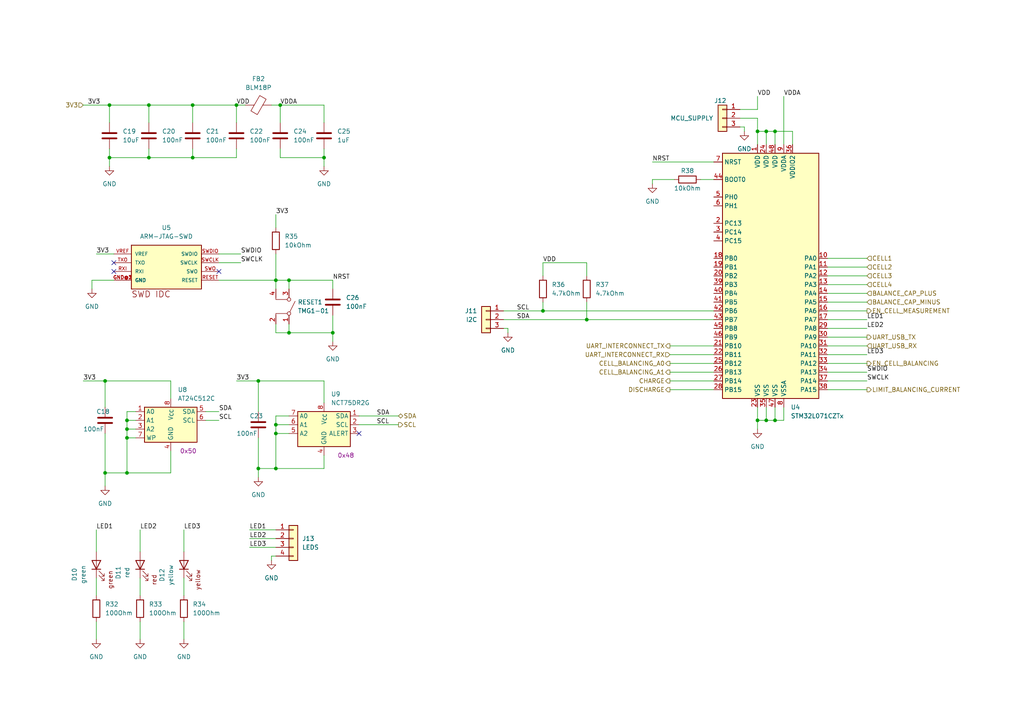
<source format=kicad_sch>
(kicad_sch (version 20230121) (generator eeschema)
  (paper "A4")
  (lib_symbols
    (symbol "benediktibk:ARM-JTAG-SWD" (pin_names (offset 1.016))
      (property "Reference" "U" (at -2.54 10.16 0))
      (property "Value" "ARM-JTAG-SWD" (at 0 0 0))
      (symbol "ARM-JTAG-SWD_0_0"
        (rectangle (start -2.54 -5.08) (end 17.78 7.62) (stroke (width 0.254)) (fill (type background)))
        (text "SWD IDC" (at -2.54 -7.62 0) (effects (font (size 1.778 1.778)) (justify left bottom)))
        (pin bidirectional line (at -7.62 -2.54 0) (length 5.08) (name "GND") (number "GND@1"))
        (pin bidirectional line (at -7.62 -2.54 0) (length 5.08) (name "GND") (number "GND@2"))
        (pin bidirectional line (at -7.62 -2.54 0) (length 5.08) (name "GND") (number "GND@3"))
        (pin bidirectional line (at 22.86 -2.54 180) (length 5.08) (name "RESET") (number "RESET"))
        (pin bidirectional line (at -7.62 0 0) (length 5.08) (name "RXI") (number "RXI"))
        (pin bidirectional line (at 22.86 2.54 180) (length 5.08) (name "SWCLK") (number "SWCLK"))
        (pin bidirectional line (at 22.86 5.08 180) (length 5.08) (name "SWDIO") (number "SWDIO"))
        (pin bidirectional line (at 22.86 0 180) (length 5.08) (name "SWO") (number "SWO"))
        (pin bidirectional line (at -7.62 2.54 0) (length 5.08) (name "TXO") (number "TXO"))
        (pin bidirectional line (at -7.62 5.08 0) (length 5.08) (name "VREF") (number "VREF"))
      )
    )
    (symbol "benediktibk:AT24C512C"
      (property "Reference" "U" (at -7.62 6.35 0))
      (property "Value" "AT24C512C" (at 2.54 -6.35 0))
      (symbol "AT24C512C_1_1"
        (rectangle (start -7.62 5.08) (end 7.62 -5.08) (stroke (width 0.254)) (fill (type background)))
        (pin input line (at -10.16 3.81 0) (length 2.54) (name "A0") (number "1"))
        (pin input line (at -10.16 1.27 0) (length 2.54) (name "A1") (number "2"))
        (pin input line (at -10.16 -1.27 0) (length 2.54) (name "A2") (number "3"))
        (pin power_in line (at 0 -7.62 90) (length 2.54) (name "GND") (number "4"))
        (pin bidirectional line (at 10.16 3.81 180) (length 2.54) (name "SDA") (number "5"))
        (pin input line (at 10.16 1.27 180) (length 2.54) (name "SCL") (number "6"))
        (pin input line (at -10.16 -3.81 0) (length 2.54) (name "WP") (number "7"))
        (pin power_in line (at 0 7.62 270) (length 2.54) (name "V_{CC}") (number "8"))
      )
    )
    (symbol "benediktibk:BLM18P" (pin_numbers hide) (pin_names (offset 0))
      (property "Reference" "FB" (at -3.81 0.635 90))
      (property "Value" "BLM18P" (at 3.81 0 90))
      (symbol "BLM18P_0_1"
        (polyline (pts (xy 0 -1.27) (xy 0 -1.2192)))
        (polyline (pts (xy 0 1.27) (xy 0 1.2954)))
        (polyline (pts (xy -2.7686 0.4064) (xy -1.7018 2.2606) (xy 2.7686 -0.3048) (xy 1.6764 -2.159) (xy -2.7686 0.4064)))
      )
      (symbol "BLM18P_1_1"
        (pin passive line (at 0 3.81 270) (length 2.54) (name "~") (number "1"))
        (pin passive line (at 0 -3.81 90) (length 2.54) (name "~") (number "2"))
      )
    )
    (symbol "benediktibk:C_100nF_SMD_0603_50V" (pin_numbers hide) (pin_names (offset 0.254))
      (property "Reference" "C" (at 0.635 2.54 0))
      (property "Value" "C_100nF_SMD_0603_50V" (at 0.635 -2.54 0))
      (symbol "C_100nF_SMD_0603_50V_0_1"
        (polyline (pts (xy -2.032 -0.762) (xy 2.032 -0.762)) (stroke (width 0.508)))
        (polyline (pts (xy -2.032 0.762) (xy 2.032 0.762)) (stroke (width 0.508)))
      )
      (symbol "C_100nF_SMD_0603_50V_1_1"
        (pin passive line (at 0 3.81 270) (length 2.794) (name "~") (number "1"))
        (pin passive line (at 0 -3.81 90) (length 2.794) (name "~") (number "2"))
      )
    )
    (symbol "benediktibk:C_10uF_SMD_1210_50V_20%" (pin_numbers hide) (pin_names (offset 0.254))
      (property "Reference" "C" (at 0.635 2.54 0))
      (property "Value" "C_10uF_SMD_1210_50V_20%" (at 0.635 -2.54 0))
      (symbol "C_10uF_SMD_1210_50V_20%_0_1"
        (polyline (pts (xy -2.032 -0.762) (xy 2.032 -0.762)) (stroke (width 0.508)))
        (polyline (pts (xy -2.032 0.762) (xy 2.032 0.762)) (stroke (width 0.508)))
      )
      (symbol "C_10uF_SMD_1210_50V_20%_1_1"
        (pin passive line (at 0 3.81 270) (length 2.794) (name "~") (number "1"))
        (pin passive line (at 0 -3.81 90) (length 2.794) (name "~") (number "2"))
      )
    )
    (symbol "benediktibk:C_1uF_SMD_0603_50V_10%" (pin_numbers hide) (pin_names (offset 0.254))
      (property "Reference" "C" (at 0.635 2.54 0))
      (property "Value" "C_1uF_SMD_0603_50V_10%" (at 0.635 -2.54 0))
      (symbol "C_1uF_SMD_0603_50V_10%_0_1"
        (polyline (pts (xy -2.032 -0.762) (xy 2.032 -0.762)) (stroke (width 0.508)))
        (polyline (pts (xy -2.032 0.762) (xy 2.032 0.762)) (stroke (width 0.508)))
      )
      (symbol "C_1uF_SMD_0603_50V_10%_1_1"
        (pin passive line (at 0 3.81 270) (length 2.794) (name "~") (number "1"))
        (pin passive line (at 0 -3.81 90) (length 2.794) (name "~") (number "2"))
      )
    )
    (symbol "benediktibk:Conn_01x03" (pin_names (offset 1.016) hide)
      (property "Reference" "J" (at 0 5.08 0))
      (property "Value" "Conn_01x03" (at 0 -5.08 0))
      (symbol "Conn_01x03_1_1"
        (rectangle (start -1.27 -2.413) (end 0 -2.667) (stroke (width 0.1524)))
        (rectangle (start -1.27 0.127) (end 0 -0.127) (stroke (width 0.1524)))
        (rectangle (start -1.27 2.667) (end 0 2.413) (stroke (width 0.1524)))
        (rectangle (start -1.27 3.81) (end 1.27 -3.81) (stroke (width 0.254)) (fill (type background)))
        (pin passive line (at -5.08 2.54 0) (length 3.81) (name "Pin_1") (number "1"))
        (pin passive line (at -5.08 0 0) (length 3.81) (name "Pin_2") (number "2"))
        (pin passive line (at -5.08 -2.54 0) (length 3.81) (name "Pin_3") (number "3"))
      )
    )
    (symbol "benediktibk:Conn_01x04" (pin_names (offset 1.016) hide)
      (property "Reference" "J" (at 0 5.08 0))
      (property "Value" "Conn_01x04" (at 0 -7.62 0))
      (symbol "Conn_01x04_1_1"
        (rectangle (start -1.27 -4.953) (end 0 -5.207) (stroke (width 0.1524)))
        (rectangle (start -1.27 -2.413) (end 0 -2.667) (stroke (width 0.1524)))
        (rectangle (start -1.27 0.127) (end 0 -0.127) (stroke (width 0.1524)))
        (rectangle (start -1.27 2.667) (end 0 2.413) (stroke (width 0.1524)))
        (rectangle (start -1.27 3.81) (end 1.27 -6.35) (stroke (width 0.254)) (fill (type background)))
        (pin passive line (at -5.08 2.54 0) (length 3.81) (name "Pin_1") (number "1"))
        (pin passive line (at -5.08 0 0) (length 3.81) (name "Pin_2") (number "2"))
        (pin passive line (at -5.08 -2.54 0) (length 3.81) (name "Pin_3") (number "3"))
        (pin passive line (at -5.08 -5.08 0) (length 3.81) (name "Pin_4") (number "4"))
      )
    )
    (symbol "benediktibk:LED_green_0603" (pin_numbers hide) (pin_names (offset 1.016) hide)
      (property "Reference" "D" (at 0 2.54 0))
      (property "Value" "LED_green_0603" (at 0 -2.54 0))
      (symbol "LED_green_0603_0_0"
        (text "green" (at -4.318 -4.064 0) (effects (font (size 1.27 1.27))))
      )
      (symbol "LED_green_0603_0_1"
        (polyline (pts (xy -1.27 -1.27) (xy -1.27 1.27)) (stroke (width 0.254)))
        (polyline (pts (xy -1.27 0) (xy 1.27 0)))
        (polyline (pts (xy 1.27 -1.27) (xy 1.27 1.27) (xy -1.27 0) (xy 1.27 -1.27)) (stroke (width 0.254)))
        (polyline (pts (xy -3.048 -0.762) (xy -4.572 -2.286) (xy -3.81 -2.286) (xy -4.572 -2.286) (xy -4.572 -1.524)))
        (polyline (pts (xy -1.778 -0.762) (xy -3.302 -2.286) (xy -2.54 -2.286) (xy -3.302 -2.286) (xy -3.302 -1.524)))
      )
      (symbol "LED_green_0603_1_1"
        (pin passive line (at -3.81 0 0) (length 2.54) (name "K") (number "1"))
        (pin passive line (at 3.81 0 180) (length 2.54) (name "A") (number "2"))
      )
    )
    (symbol "benediktibk:LED_red_0603" (pin_numbers hide) (pin_names (offset 1.016) hide)
      (property "Reference" "D" (at 0 2.54 0))
      (property "Value" "LED_red_0603" (at 0 -2.54 0))
      (symbol "LED_red_0603_0_0"
        (text "red" (at -4.318 -4.064 0) (effects (font (size 1.27 1.27))))
      )
      (symbol "LED_red_0603_0_1"
        (polyline (pts (xy -1.27 -1.27) (xy -1.27 1.27)) (stroke (width 0.254)))
        (polyline (pts (xy -1.27 0) (xy 1.27 0)))
        (polyline (pts (xy 1.27 -1.27) (xy 1.27 1.27) (xy -1.27 0) (xy 1.27 -1.27)) (stroke (width 0.254)))
        (polyline (pts (xy -3.048 -0.762) (xy -4.572 -2.286) (xy -3.81 -2.286) (xy -4.572 -2.286) (xy -4.572 -1.524)))
        (polyline (pts (xy -1.778 -0.762) (xy -3.302 -2.286) (xy -2.54 -2.286) (xy -3.302 -2.286) (xy -3.302 -1.524)))
      )
      (symbol "LED_red_0603_1_1"
        (pin passive line (at -3.81 0 0) (length 2.54) (name "K") (number "1"))
        (pin passive line (at 3.81 0 180) (length 2.54) (name "A") (number "2"))
      )
    )
    (symbol "benediktibk:LED_yellow_0603" (pin_numbers hide) (pin_names (offset 1.016) hide)
      (property "Reference" "D" (at 0 2.54 0))
      (property "Value" "LED_yellow_0603" (at 0 -2.54 0))
      (symbol "LED_yellow_0603_0_0"
        (text "yellow" (at -4.318 -4.064 0) (effects (font (size 1.27 1.27))))
      )
      (symbol "LED_yellow_0603_0_1"
        (polyline (pts (xy -1.27 -1.27) (xy -1.27 1.27)) (stroke (width 0.254)))
        (polyline (pts (xy -1.27 0) (xy 1.27 0)))
        (polyline (pts (xy 1.27 -1.27) (xy 1.27 1.27) (xy -1.27 0) (xy 1.27 -1.27)) (stroke (width 0.254)))
        (polyline (pts (xy -3.048 -0.762) (xy -4.572 -2.286) (xy -3.81 -2.286) (xy -4.572 -2.286) (xy -4.572 -1.524)))
        (polyline (pts (xy -1.778 -0.762) (xy -3.302 -2.286) (xy -2.54 -2.286) (xy -3.302 -2.286) (xy -3.302 -1.524)))
      )
      (symbol "LED_yellow_0603_1_1"
        (pin passive line (at -3.81 0 0) (length 2.54) (name "K") (number "1"))
        (pin passive line (at 3.81 0 180) (length 2.54) (name "A") (number "2"))
      )
    )
    (symbol "benediktibk:NCT75DR2G"
      (property "Reference" "U" (at -7.62 6.35 0))
      (property "Value" "NCT75DR2G" (at 2.54 -6.35 0))
      (symbol "NCT75DR2G_1_1"
        (rectangle (start -7.62 5.08) (end 7.62 -5.08) (stroke (width 0.254)) (fill (type background)))
        (pin bidirectional line (at 10.16 3.81 180) (length 2.54) (name "SDA") (number "1"))
        (pin input line (at 10.16 1.27 180) (length 2.54) (name "SCL") (number "2"))
        (pin input line (at 10.16 -1.27 180) (length 2.54) (name "ALERT") (number "3"))
        (pin power_in line (at 0 -7.62 90) (length 2.54) (name "GND") (number "4"))
        (pin input line (at -10.16 -1.27 0) (length 2.54) (name "A2") (number "5"))
        (pin input line (at -10.16 1.27 0) (length 2.54) (name "A1") (number "6"))
        (pin input line (at -10.16 3.81 0) (length 2.54) (name "A0") (number "7"))
        (pin power_in line (at 0 7.62 270) (length 2.54) (name "V_{CC}") (number "8"))
      )
    )
    (symbol "benediktibk:R_100Ohm_SMD_0603_100mW_1%" (pin_numbers hide) (pin_names (offset 0))
      (property "Reference" "R" (at 2.032 0 90))
      (property "Value" "R_100Ohm_SMD_0603_100mW_1%" (at -5.588 -1.016 90))
      (symbol "R_100Ohm_SMD_0603_100mW_1%_0_1"
        (rectangle (start -1.016 -2.54) (end 1.016 2.54) (stroke (width 0.254)))
      )
      (symbol "R_100Ohm_SMD_0603_100mW_1%_1_1"
        (pin passive line (at 0 3.81 270) (length 1.27) (name "~") (number "1"))
        (pin passive line (at 0 -3.81 90) (length 1.27) (name "~") (number "2"))
      )
    )
    (symbol "benediktibk:R_10kOhm_SMD_0603_100mW_1%" (pin_numbers hide) (pin_names (offset 0))
      (property "Reference" "R" (at 2.032 0 90))
      (property "Value" "R_10kOhm_SMD_0603_100mW_1%" (at -5.588 -1.016 90))
      (symbol "R_10kOhm_SMD_0603_100mW_1%_0_1"
        (rectangle (start -1.016 -2.54) (end 1.016 2.54) (stroke (width 0.254)))
      )
      (symbol "R_10kOhm_SMD_0603_100mW_1%_1_1"
        (pin passive line (at 0 3.81 270) (length 1.27) (name "~") (number "1"))
        (pin passive line (at 0 -3.81 90) (length 1.27) (name "~") (number "2"))
      )
    )
    (symbol "benediktibk:R_4_7kOhm_SMD_0603_100mW_1%" (pin_numbers hide) (pin_names (offset 0))
      (property "Reference" "R" (at 2.032 0 90))
      (property "Value" "R_4_7kOhm_SMD_0603_100mW_1%" (at -5.588 -1.016 90))
      (symbol "R_4_7kOhm_SMD_0603_100mW_1%_0_1"
        (rectangle (start -1.016 -2.54) (end 1.016 2.54) (stroke (width 0.254)))
      )
      (symbol "R_4_7kOhm_SMD_0603_100mW_1%_1_1"
        (pin passive line (at 0 3.81 270) (length 1.27) (name "~") (number "1"))
        (pin passive line (at 0 -3.81 90) (length 1.27) (name "~") (number "2"))
      )
    )
    (symbol "benediktibk:STM32L071CZTx"
      (property "Reference" "U" (at -15.24 36.83 0))
      (property "Value" "STM32L071CZTx" (at 7.62 36.83 0))
      (symbol "STM32L071CZTx_0_1"
        (rectangle (start -15.24 -35.56) (end 12.7 35.56) (stroke (width 0.254)) (fill (type background)))
      )
      (symbol "STM32L071CZTx_1_1"
        (pin power_in line (at -5.08 38.1 270) (length 2.54) (name "VDD") (number "1"))
        (pin bidirectional line (at 15.24 5.08 180) (length 2.54) (name "PA0") (number "10"))
        (pin bidirectional line (at 15.24 2.54 180) (length 2.54) (name "PA1") (number "11"))
        (pin bidirectional line (at 15.24 0 180) (length 2.54) (name "PA2") (number "12"))
        (pin bidirectional line (at 15.24 -2.54 180) (length 2.54) (name "PA3") (number "13"))
        (pin bidirectional line (at 15.24 -5.08 180) (length 2.54) (name "PA4") (number "14"))
        (pin bidirectional line (at 15.24 -7.62 180) (length 2.54) (name "PA5") (number "15"))
        (pin bidirectional line (at 15.24 -10.16 180) (length 2.54) (name "PA6") (number "16"))
        (pin bidirectional line (at 15.24 -12.7 180) (length 2.54) (name "PA7") (number "17"))
        (pin bidirectional line (at -17.78 5.08 0) (length 2.54) (name "PB0") (number "18"))
        (pin bidirectional line (at -17.78 2.54 0) (length 2.54) (name "PB1") (number "19"))
        (pin bidirectional line (at -17.78 15.24 0) (length 2.54) (name "PC13") (number "2"))
        (pin bidirectional line (at -17.78 0 0) (length 2.54) (name "PB2") (number "20"))
        (pin bidirectional line (at -17.78 -20.32 0) (length 2.54) (name "PB10") (number "21"))
        (pin bidirectional line (at -17.78 -22.86 0) (length 2.54) (name "PB11") (number "22"))
        (pin power_in line (at -5.08 -38.1 90) (length 2.54) (name "VSS") (number "23"))
        (pin power_in line (at -2.54 38.1 270) (length 2.54) (name "VDD") (number "24"))
        (pin bidirectional line (at -17.78 -25.4 0) (length 2.54) (name "PB12") (number "25"))
        (pin bidirectional line (at -17.78 -27.94 0) (length 2.54) (name "PB13") (number "26"))
        (pin bidirectional line (at -17.78 -30.48 0) (length 2.54) (name "PB14") (number "27"))
        (pin bidirectional line (at -17.78 -33.02 0) (length 2.54) (name "PB15") (number "28"))
        (pin bidirectional line (at 15.24 -15.24 180) (length 2.54) (name "PA8") (number "29"))
        (pin bidirectional line (at -17.78 12.7 0) (length 2.54) (name "PC14") (number "3"))
        (pin bidirectional line (at 15.24 -17.78 180) (length 2.54) (name "PA9") (number "30"))
        (pin bidirectional line (at 15.24 -20.32 180) (length 2.54) (name "PA10") (number "31"))
        (pin bidirectional line (at 15.24 -22.86 180) (length 2.54) (name "PA11") (number "32"))
        (pin bidirectional line (at 15.24 -25.4 180) (length 2.54) (name "PA12") (number "33"))
        (pin bidirectional line (at 15.24 -27.94 180) (length 2.54) (name "PA13") (number "34"))
        (pin power_in line (at -2.54 -38.1 90) (length 2.54) (name "VSS") (number "35"))
        (pin power_in line (at 5.08 38.1 270) (length 2.54) (name "VDDIO2") (number "36"))
        (pin bidirectional line (at 15.24 -30.48 180) (length 2.54) (name "PA14") (number "37"))
        (pin bidirectional line (at 15.24 -33.02 180) (length 2.54) (name "PA15") (number "38"))
        (pin bidirectional line (at -17.78 -2.54 0) (length 2.54) (name "PB3") (number "39"))
        (pin bidirectional line (at -17.78 10.16 0) (length 2.54) (name "PC15") (number "4"))
        (pin bidirectional line (at -17.78 -5.08 0) (length 2.54) (name "PB4") (number "40"))
        (pin bidirectional line (at -17.78 -7.62 0) (length 2.54) (name "PB5") (number "41"))
        (pin bidirectional line (at -17.78 -10.16 0) (length 2.54) (name "PB6") (number "42"))
        (pin bidirectional line (at -17.78 -12.7 0) (length 2.54) (name "PB7") (number "43"))
        (pin input line (at -17.78 27.94 0) (length 2.54) (name "BOOT0") (number "44"))
        (pin bidirectional line (at -17.78 -15.24 0) (length 2.54) (name "PB8") (number "45"))
        (pin bidirectional line (at -17.78 -17.78 0) (length 2.54) (name "PB9") (number "46"))
        (pin power_in line (at 0 -38.1 90) (length 2.54) (name "VSS") (number "47"))
        (pin power_in line (at 0 38.1 270) (length 2.54) (name "VDD") (number "48"))
        (pin input line (at -17.78 22.86 0) (length 2.54) (name "PH0") (number "5"))
        (pin input line (at -17.78 20.32 0) (length 2.54) (name "PH1") (number "6"))
        (pin input line (at -17.78 33.02 0) (length 2.54) (name "NRST") (number "7"))
        (pin power_in line (at 2.54 -38.1 90) (length 2.54) (name "VSSA") (number "8"))
        (pin power_in line (at 2.54 38.1 270) (length 2.54) (name "VDDA") (number "9"))
      )
    )
    (symbol "benediktibk:TMG1-01" (pin_names (offset 0) hide)
      (property "Reference" "SW" (at 0 3.175 0))
      (property "Value" "TMG1-01" (at 0 5.588 0))
      (symbol "TMG1-01_0_0"
        (circle (center -2.032 0) (radius 0.508))
        (polyline (pts (xy -1.524 0.254) (xy 1.524 1.778)))
        (circle (center 2.032 0) (radius 0.508))
      )
      (symbol "TMG1-01_0_1"
        (polyline (pts (xy -2.54 -3.81) (xy -2.032 -3.81) (xy -2.032 -0.508)))
        (polyline (pts (xy 2.54 -3.81) (xy 2.032 -3.81) (xy 2.032 -0.508)))
      )
      (symbol "TMG1-01_1_1"
        (pin passive line (at -5.08 0 0) (length 2.54) (name "A") (number "1"))
        (pin passive line (at -5.08 -3.81 0) (length 2.54) (name "A") (number "2"))
        (pin passive line (at 5.08 0 180) (length 2.54) (name "B") (number "3"))
        (pin passive line (at 5.08 -3.81 180) (length 2.54) (name "B") (number "4"))
      )
    )
    (symbol "power:GND" (power) (pin_names (offset 0))
      (property "Value" "GND" (at 0 -3.81 0))
      (symbol "GND_0_1"
        (polyline (pts (xy 0 0) (xy 0 -1.27) (xy 1.27 -1.27) (xy 0 -2.54) (xy -1.27 -1.27) (xy 0 -1.27)))
      )
      (symbol "GND_1_1"
        (pin power_in line (at 0 0 270) (length 0) hide (name "GND") (number "1"))
      )
    )
  )
  (junction (at 170.18 92.71))
  (junction (at 36.83 137.16))
  (junction (at 31.75 30.48))
  (junction (at 157.48 90.17))
  (junction (at 83.82 96.52))
  (junction (at 36.83 124.46))
  (junction (at 43.18 30.48))
  (junction (at 224.79 121.92))
  (junction (at 80.01 125.73))
  (junction (at 80.01 123.19))
  (junction (at 80.01 81.28))
  (junction (at 74.93 135.89))
  (junction (at 96.52 96.52))
  (junction (at 30.48 137.16))
  (junction (at 31.75 45.72))
  (junction (at 30.48 110.49))
  (junction (at 36.83 121.92))
  (junction (at 83.82 81.28))
  (junction (at 219.71 121.92))
  (junction (at 222.25 121.92))
  (junction (at 222.25 38.1))
  (junction (at 36.83 127))
  (junction (at 55.88 30.48))
  (junction (at 43.18 45.72))
  (junction (at 74.93 110.49))
  (junction (at 55.88 45.72))
  (junction (at 93.98 45.72))
  (junction (at 80.01 135.89))
  (junction (at 219.71 38.1))
  (junction (at 68.58 30.48))
  (junction (at 81.28 30.48))
  (junction (at 224.79 38.1))
  (no_connect (at 104.14 125.73))
  (no_connect (at 33.02 78.74))
  (no_connect (at 33.02 76.2))
  (no_connect (at 63.5 78.74))
  (wire (pts (xy 30.48 110.49) (xy 30.48 118.11)))
  (wire (pts (xy 170.18 80.01) (xy 170.18 76.2)))
  (wire (pts (xy 222.25 38.1) (xy 219.71 38.1)))
  (wire (pts (xy 59.69 121.92) (xy 63.5 121.92)))
  (wire (pts (xy 80.01 81.28) (xy 80.01 83.82)))
  (wire (pts (xy 224.79 38.1) (xy 224.79 41.91)))
  (wire (pts (xy 49.53 110.49) (xy 30.48 110.49)))
  (wire (pts (xy 147.32 95.25) (xy 146.05 95.25)))
  (wire (pts (xy 53.34 167.64) (xy 53.34 172.72)))
  (wire (pts (xy 240.03 105.41) (xy 251.46 105.41)))
  (wire (pts (xy 74.93 127) (xy 74.93 135.89)))
  (wire (pts (xy 36.83 124.46) (xy 36.83 121.92)))
  (wire (pts (xy 93.98 30.48) (xy 81.28 30.48)))
  (wire (pts (xy 240.03 107.95) (xy 251.46 107.95)))
  (wire (pts (xy 55.88 30.48) (xy 55.88 35.56)))
  (wire (pts (xy 104.14 120.65) (xy 115.57 120.65)))
  (wire (pts (xy 80.01 73.66) (xy 80.01 81.28)))
  (wire (pts (xy 194.31 102.87) (xy 207.01 102.87)))
  (wire (pts (xy 96.52 81.28) (xy 83.82 81.28)))
  (wire (pts (xy 203.2 52.07) (xy 207.01 52.07)))
  (wire (pts (xy 240.03 92.71) (xy 251.46 92.71)))
  (wire (pts (xy 240.03 82.55) (xy 251.46 82.55)))
  (wire (pts (xy 157.48 76.2) (xy 157.48 80.01)))
  (wire (pts (xy 189.23 46.99) (xy 207.01 46.99)))
  (wire (pts (xy 68.58 45.72) (xy 68.58 43.18)))
  (wire (pts (xy 227.33 27.94) (xy 227.33 41.91)))
  (wire (pts (xy 240.03 90.17) (xy 251.46 90.17)))
  (wire (pts (xy 55.88 45.72) (xy 68.58 45.72)))
  (wire (pts (xy 219.71 121.92) (xy 219.71 124.46)))
  (wire (pts (xy 229.87 38.1) (xy 224.79 38.1)))
  (wire (pts (xy 240.03 80.01) (xy 251.46 80.01)))
  (wire (pts (xy 146.05 90.17) (xy 157.48 90.17)))
  (wire (pts (xy 71.12 30.48) (xy 68.58 30.48)))
  (wire (pts (xy 43.18 43.18) (xy 43.18 45.72)))
  (wire (pts (xy 43.18 30.48) (xy 43.18 35.56)))
  (wire (pts (xy 214.63 31.75) (xy 219.71 31.75)))
  (wire (pts (xy 33.02 81.28) (xy 26.67 81.28)))
  (wire (pts (xy 74.93 135.89) (xy 80.01 135.89)))
  (wire (pts (xy 74.93 110.49) (xy 93.98 110.49)))
  (wire (pts (xy 96.52 91.44) (xy 96.52 96.52)))
  (wire (pts (xy 43.18 45.72) (xy 55.88 45.72)))
  (wire (pts (xy 93.98 45.72) (xy 93.98 48.26)))
  (wire (pts (xy 147.32 96.52) (xy 147.32 95.25)))
  (wire (pts (xy 219.71 118.11) (xy 219.71 121.92)))
  (wire (pts (xy 222.25 121.92) (xy 224.79 121.92)))
  (wire (pts (xy 27.94 153.67) (xy 27.94 160.02)))
  (wire (pts (xy 170.18 87.63) (xy 170.18 92.71)))
  (wire (pts (xy 80.01 135.89) (xy 93.98 135.89)))
  (wire (pts (xy 219.71 38.1) (xy 219.71 41.91)))
  (wire (pts (xy 229.87 41.91) (xy 229.87 38.1)))
  (wire (pts (xy 31.75 45.72) (xy 43.18 45.72)))
  (wire (pts (xy 40.64 153.67) (xy 40.64 160.02)))
  (wire (pts (xy 27.94 180.34) (xy 27.94 185.42)))
  (wire (pts (xy 194.31 113.03) (xy 207.01 113.03)))
  (wire (pts (xy 224.79 121.92) (xy 227.33 121.92)))
  (wire (pts (xy 26.67 81.28) (xy 26.67 83.82)))
  (wire (pts (xy 83.82 96.52) (xy 96.52 96.52)))
  (wire (pts (xy 240.03 110.49) (xy 251.46 110.49)))
  (wire (pts (xy 40.64 167.64) (xy 40.64 172.72)))
  (wire (pts (xy 36.83 127) (xy 36.83 137.16)))
  (wire (pts (xy 81.28 43.18) (xy 81.28 45.72)))
  (wire (pts (xy 157.48 90.17) (xy 207.01 90.17)))
  (wire (pts (xy 36.83 119.38) (xy 39.37 119.38)))
  (wire (pts (xy 27.94 73.66) (xy 33.02 73.66)))
  (wire (pts (xy 157.48 76.2) (xy 170.18 76.2)))
  (wire (pts (xy 83.82 81.28) (xy 83.82 83.82)))
  (wire (pts (xy 53.34 180.34) (xy 53.34 185.42)))
  (wire (pts (xy 31.75 48.26) (xy 31.75 45.72)))
  (wire (pts (xy 72.39 156.21) (xy 80.01 156.21)))
  (wire (pts (xy 224.79 38.1) (xy 222.25 38.1)))
  (wire (pts (xy 195.58 52.07) (xy 189.23 52.07)))
  (wire (pts (xy 30.48 110.49) (xy 24.13 110.49)))
  (wire (pts (xy 49.53 130.81) (xy 49.53 137.16)))
  (wire (pts (xy 240.03 87.63) (xy 251.46 87.63)))
  (wire (pts (xy 222.25 38.1) (xy 222.25 41.91)))
  (wire (pts (xy 31.75 43.18) (xy 31.75 45.72)))
  (wire (pts (xy 63.5 76.2) (xy 69.85 76.2)))
  (wire (pts (xy 43.18 30.48) (xy 55.88 30.48)))
  (wire (pts (xy 80.01 125.73) (xy 80.01 135.89)))
  (wire (pts (xy 214.63 34.29) (xy 219.71 34.29)))
  (wire (pts (xy 215.9 38.1) (xy 215.9 36.83)))
  (wire (pts (xy 215.9 36.83) (xy 214.63 36.83)))
  (wire (pts (xy 227.33 118.11) (xy 227.33 121.92)))
  (wire (pts (xy 93.98 43.18) (xy 93.98 45.72)))
  (wire (pts (xy 81.28 45.72) (xy 93.98 45.72)))
  (wire (pts (xy 93.98 132.08) (xy 93.98 135.89)))
  (wire (pts (xy 157.48 87.63) (xy 157.48 90.17)))
  (wire (pts (xy 194.31 107.95) (xy 207.01 107.95)))
  (wire (pts (xy 80.01 123.19) (xy 80.01 125.73)))
  (wire (pts (xy 36.83 124.46) (xy 39.37 124.46)))
  (wire (pts (xy 78.74 30.48) (xy 81.28 30.48)))
  (wire (pts (xy 80.01 62.23) (xy 80.01 66.04)))
  (wire (pts (xy 219.71 34.29) (xy 219.71 38.1)))
  (wire (pts (xy 55.88 30.48) (xy 68.58 30.48)))
  (wire (pts (xy 194.31 105.41) (xy 207.01 105.41)))
  (wire (pts (xy 80.01 125.73) (xy 83.82 125.73)))
  (wire (pts (xy 93.98 116.84) (xy 93.98 110.49)))
  (wire (pts (xy 80.01 120.65) (xy 80.01 123.19)))
  (wire (pts (xy 59.69 119.38) (xy 63.5 119.38)))
  (wire (pts (xy 189.23 52.07) (xy 189.23 53.34)))
  (wire (pts (xy 240.03 97.79) (xy 251.46 97.79)))
  (wire (pts (xy 72.39 158.75) (xy 80.01 158.75)))
  (wire (pts (xy 222.25 118.11) (xy 222.25 121.92)))
  (wire (pts (xy 74.93 119.38) (xy 74.93 110.49)))
  (wire (pts (xy 104.14 123.19) (xy 115.57 123.19)))
  (wire (pts (xy 80.01 161.29) (xy 78.74 161.29)))
  (wire (pts (xy 36.83 127) (xy 39.37 127)))
  (wire (pts (xy 93.98 30.48) (xy 93.98 35.56)))
  (wire (pts (xy 146.05 92.71) (xy 170.18 92.71)))
  (wire (pts (xy 194.31 100.33) (xy 207.01 100.33)))
  (wire (pts (xy 80.01 96.52) (xy 83.82 96.52)))
  (wire (pts (xy 30.48 137.16) (xy 30.48 140.97)))
  (wire (pts (xy 27.94 167.64) (xy 27.94 172.72)))
  (wire (pts (xy 240.03 95.25) (xy 251.46 95.25)))
  (wire (pts (xy 240.03 100.33) (xy 251.46 100.33)))
  (wire (pts (xy 36.83 137.16) (xy 49.53 137.16)))
  (wire (pts (xy 83.82 120.65) (xy 80.01 120.65)))
  (wire (pts (xy 194.31 110.49) (xy 207.01 110.49)))
  (wire (pts (xy 63.5 73.66) (xy 69.85 73.66)))
  (wire (pts (xy 96.52 96.52) (xy 96.52 99.06)))
  (wire (pts (xy 31.75 30.48) (xy 43.18 30.48)))
  (wire (pts (xy 53.34 153.67) (xy 53.34 160.02)))
  (wire (pts (xy 68.58 110.49) (xy 74.93 110.49)))
  (wire (pts (xy 55.88 43.18) (xy 55.88 45.72)))
  (wire (pts (xy 80.01 81.28) (xy 63.5 81.28)))
  (wire (pts (xy 68.58 30.48) (xy 68.58 35.56)))
  (wire (pts (xy 83.82 81.28) (xy 80.01 81.28)))
  (wire (pts (xy 219.71 27.94) (xy 219.71 31.75)))
  (wire (pts (xy 240.03 74.93) (xy 251.46 74.93)))
  (wire (pts (xy 36.83 127) (xy 36.83 124.46)))
  (wire (pts (xy 31.75 30.48) (xy 31.75 35.56)))
  (wire (pts (xy 219.71 121.92) (xy 222.25 121.92)))
  (wire (pts (xy 40.64 180.34) (xy 40.64 185.42)))
  (wire (pts (xy 240.03 113.03) (xy 251.46 113.03)))
  (wire (pts (xy 80.01 93.98) (xy 80.01 96.52)))
  (wire (pts (xy 240.03 102.87) (xy 251.46 102.87)))
  (wire (pts (xy 74.93 135.89) (xy 74.93 138.43)))
  (wire (pts (xy 30.48 125.73) (xy 30.48 137.16)))
  (wire (pts (xy 83.82 93.98) (xy 83.82 96.52)))
  (wire (pts (xy 240.03 85.09) (xy 251.46 85.09)))
  (wire (pts (xy 224.79 118.11) (xy 224.79 121.92)))
  (wire (pts (xy 80.01 123.19) (xy 83.82 123.19)))
  (wire (pts (xy 24.13 30.48) (xy 31.75 30.48)))
  (wire (pts (xy 81.28 30.48) (xy 81.28 35.56)))
  (wire (pts (xy 170.18 92.71) (xy 207.01 92.71)))
  (wire (pts (xy 36.83 121.92) (xy 39.37 121.92)))
  (wire (pts (xy 36.83 121.92) (xy 36.83 119.38)))
  (wire (pts (xy 30.48 137.16) (xy 36.83 137.16)))
  (wire (pts (xy 96.52 81.28) (xy 96.52 83.82)))
  (wire (pts (xy 240.03 77.47) (xy 251.46 77.47)))
  (wire (pts (xy 72.39 153.67) (xy 80.01 153.67)))
  (wire (pts (xy 49.53 115.57) (xy 49.53 110.49)))
  (wire (pts (xy 78.74 161.29) (xy 78.74 162.56)))
  (label "LED3" (at 53.34 153.67 0))
  (label "LED2" (at 40.64 153.67 0))
  (label "3V3" (at 68.58 110.49 0))
  (label "SWCLK" (at 69.85 76.2 0))
  (label "LED2" (at 251.46 95.25 0))
  (label "SWDIO" (at 69.85 73.66 0))
  (label "NRST" (at 96.52 81.28 0))
  (label "LED3" (at 72.39 158.75 0))
  (label "LED2" (at 72.39 156.21 0))
  (label "SCL" (at 109.22 123.19 0))
  (label "LED1" (at 251.46 92.71 0))
  (label "VDDA" (at 227.33 27.94 0))
  (label "SCL" (at 149.86 90.17 0))
  (label "NRST" (at 189.23 46.99 0))
  (label "SWCLK" (at 251.46 110.49 0))
  (label "VDD" (at 219.71 27.94 0))
  (label "3V3" (at 80.01 62.23 0))
  (label "SDA" (at 109.22 120.65 0))
  (label "3V3" (at 24.13 110.49 0))
  (label "SDA" (at 63.5 119.38 0))
  (label "3V3" (at 25.4 30.48 0))
  (label "VDDA" (at 81.28 30.48 0))
  (label "VDD" (at 68.58 30.48 0))
  (label "SWDIO" (at 251.46 107.95 0))
  (label "LED1" (at 72.39 153.67 0))
  (label "LED3" (at 251.46 102.87 0))
  (label "VDD" (at 157.48 76.2 0))
  (label "3V3" (at 27.94 73.66 0))
  (label "SCL" (at 63.5 121.92 0))
  (label "LED1" (at 27.94 153.67 0))
  (label "SDA" (at 149.86 92.71 0))
  (hierarchical_label "UART_USB_TX" (shape output) (at 251.46 97.79 0))
  (hierarchical_label "BALANCE_CAP_PLUS" (shape input) (at 251.46 85.09 0))
  (hierarchical_label "EN_CELL_MEASUREMENT" (shape output) (at 251.46 90.17 0))
  (hierarchical_label "3V3" (shape input) (at 24.13 30.48 180))
  (hierarchical_label "UART_USB_RX" (shape input) (at 251.46 100.33 0))
  (hierarchical_label "CELL_BALANCING_A0" (shape output) (at 194.31 105.41 180))
  (hierarchical_label "CELL1" (shape input) (at 251.46 74.93 0))
  (hierarchical_label "SDA" (shape bidirectional) (at 115.57 120.65 0))
  (hierarchical_label "BALANCE_CAP_MINUS" (shape input) (at 251.46 87.63 0))
  (hierarchical_label "SCL" (shape output) (at 115.57 123.19 0))
  (hierarchical_label "UART_INTERCONNECT_RX" (shape input) (at 194.31 102.87 180))
  (hierarchical_label "LIMIT_BALANCING_CURRENT" (shape output) (at 251.46 113.03 0))
  (hierarchical_label "CELL4" (shape input) (at 251.46 82.55 0))
  (hierarchical_label "CHARGE" (shape output) (at 194.31 110.49 180))
  (hierarchical_label "UART_INTERCONNECT_TX" (shape output) (at 194.31 100.33 180))
  (hierarchical_label "CELL3" (shape input) (at 251.46 80.01 0))
  (hierarchical_label "DISCHARGE" (shape output) (at 194.31 113.03 180))
  (hierarchical_label "CELL2" (shape input) (at 251.46 77.47 0))
  (hierarchical_label "CELL_BALANCING_A1" (shape output) (at 194.31 107.95 180))
  (hierarchical_label "EN_CELL_BALANCING" (shape output) (at 251.46 105.41 0))
  (symbol (lib_id "benediktibk:C_1uF_SMD_0603_50V_10%") (at 93.98 39.37 0) (unit 1)
    (property "Reference" "C25" (at 97.79 38.0999 0) (effects (justify left)))
    (property "Value" "1uF" (at 97.79 40.6399 0) (effects (justify left)))
    (property "Footprint" "benediktibk:C_0603_1608Metric_Pad1.08x0.95mm_HandSolder" (effects hide))
    (property "RS order number" "103-4112" (effects hide))
  )
  (symbol (lib_id "benediktibk:R_100Ohm_SMD_0603_100mW_1%") (at 27.94 176.53 0) (unit 1)
    (property "Reference" "R32" (at 30.48 175.2599 0) (effects (justify left)))
    (property "Value" "100Ohm" (at 30.48 177.7999 0) (effects (justify left)))
    (property "Footprint" "benediktibk:R_0603_1608Metric_Pad0.98x0.95mm_HandSolder" (effects hide))
    (property "RS order number" "125-1172" (effects hide))
  )
  (symbol (lib_id "benediktibk:C_100nF_SMD_0603_50V") (at 96.52 87.63 0) (unit 1)
    (property "Reference" "C26" (at 100.33 86.3599 0) (effects (justify left)))
    (property "Value" "100nF" (at 100.33 88.8999 0) (effects (justify left)))
    (property "Footprint" "benediktibk:C_0603_1608Metric_Pad1.08x0.95mm_HandSolder" (effects hide))
    (property "RS order number" "242-7372" (effects hide))
  )
  (symbol (lib_id "benediktibk:LED_yellow_0603") (at 53.34 163.83 90) (unit 1)
    (property "Reference" "D12" (at 46.99 166.7968 0))
    (property "Value" "yellow" (at 49.53 166.7968 0))
    (property "Footprint" "benediktibk:D_0603_1608Metric_Pad1.05x0.95mm_HandSolder" (effects hide))
    (property "RS order number" "861-0087" (effects hide))
  )
  (symbol (lib_id "benediktibk:C_100nF_SMD_0603_50V") (at 43.18 39.37 0) (unit 1)
    (property "Reference" "C20" (at 46.99 38.0999 0) (effects (justify left)))
    (property "Value" "100nF" (at 46.99 40.6399 0) (effects (justify left)))
    (property "Footprint" "benediktibk:C_0603_1608Metric_Pad1.08x0.95mm_HandSolder" (effects hide))
    (property "RS order number" "242-7372" (effects hide))
  )
  (symbol (lib_id "power:GND") (at 27.94 185.42 0) (unit 1)
    (property "Reference" "#PWR0145" (effects hide))
    (property "Value" "GND" (at 27.94 190.5 0))
  )
  (symbol (lib_id "benediktibk:R_10kOhm_SMD_0603_100mW_1%") (at 199.39 52.07 90) (unit 1)
    (property "Reference" "R38" (at 199.39 49.53 90))
    (property "Value" "10kOhm" (at 199.39 54.61 90))
    (property "Footprint" "benediktibk:R_0603_1608Metric_Pad0.98x0.95mm_HandSolder" (effects hide))
    (property "RS order number" "125-1173" (effects hide))
  )
  (symbol (lib_id "power:GND") (at 74.93 138.43 0) (unit 1)
    (property "Reference" "#PWR0144" (effects hide))
    (property "Value" "GND" (at 74.93 143.51 0))
  )
  (symbol (lib_id "benediktibk:R_100Ohm_SMD_0603_100mW_1%") (at 53.34 176.53 0) (unit 1)
    (property "Reference" "R34" (at 55.88 175.2599 0) (effects (justify left)))
    (property "Value" "100Ohm" (at 55.88 177.7999 0) (effects (justify left)))
    (property "Footprint" "benediktibk:R_0603_1608Metric_Pad0.98x0.95mm_HandSolder" (effects hide))
    (property "RS order number" "125-1172" (effects hide))
  )
  (symbol (lib_id "power:GND") (at 93.98 48.26 0) (unit 1)
    (property "Reference" "#PWR0141" (effects hide))
    (property "Value" "GND" (at 93.98 53.34 0))
  )
  (symbol (lib_id "benediktibk:R_4_7kOhm_SMD_0603_100mW_1%") (at 157.48 83.82 0) (unit 1)
    (property "Reference" "R36" (at 160.02 82.5499 0) (effects (justify left)))
    (property "Value" "4.7kOhm" (at 160.02 85.0899 0) (effects (justify left)))
    (property "Footprint" "benediktibk:R_0603_1608Metric_Pad0.98x0.95mm_HandSolder" (effects hide))
    (property "RS order number" "901-3581" (effects hide))
  )
  (symbol (lib_id "benediktibk:TMG1-01") (at 83.82 88.9 270) (mirror x) (unit 1)
    (property "Reference" "RESET1" (at 86.36 87.6299 90) (effects (justify left)))
    (property "Value" "TMG1-01" (at 86.36 90.1699 90) (effects (justify left)))
    (property "Footprint" "benediktibk:TMG1-01" (effects hide))
    (property "RS order number" " 244-4461" (effects hide))
  )
  (symbol (lib_id "power:GND") (at 26.67 83.82 0) (unit 1)
    (property "Reference" "#PWR0138" (effects hide))
    (property "Value" "GND" (at 26.67 88.9 0))
  )
  (symbol (lib_id "benediktibk:C_100nF_SMD_0603_50V") (at 55.88 39.37 0) (unit 1)
    (property "Reference" "C21" (at 59.69 38.0999 0) (effects (justify left)))
    (property "Value" "100nF" (at 59.69 40.6399 0) (effects (justify left)))
    (property "Footprint" "benediktibk:C_0603_1608Metric_Pad1.08x0.95mm_HandSolder" (effects hide))
    (property "RS order number" "242-7372" (effects hide))
  )
  (symbol (lib_id "power:GND") (at 53.34 185.42 0) (unit 1)
    (property "Reference" "#PWR0146" (effects hide))
    (property "Value" "GND" (at 53.34 190.5 0))
  )
  (symbol (lib_id "benediktibk:C_100nF_SMD_0603_50V") (at 81.28 39.37 0) (unit 1)
    (property "Reference" "C24" (at 85.09 38.0999 0) (effects (justify left)))
    (property "Value" "100nF" (at 85.09 40.6399 0) (effects (justify left)))
    (property "Footprint" "benediktibk:C_0603_1608Metric_Pad1.08x0.95mm_HandSolder" (effects hide))
    (property "RS order number" "242-7372" (effects hide))
  )
  (symbol (lib_id "benediktibk:Conn_01x03") (at 209.55 34.29 0) (mirror y) (unit 1)
    (property "Reference" "J12" (at 208.915 29.21 0))
    (property "Value" "MCU_SUPPLY" (at 200.66 34.29 0))
    (property "Footprint" "benediktibk:PinHeader_1x03_P2.54mm_Vertical" (effects hide))
    (property "RS order number" "251-8092" (effects hide))
  )
  (symbol (lib_id "benediktibk:R_4_7kOhm_SMD_0603_100mW_1%") (at 170.18 83.82 0) (unit 1)
    (property "Reference" "R37" (at 172.72 82.5499 0) (effects (justify left)))
    (property "Value" "4.7kOhm" (at 172.72 85.0899 0) (effects (justify left)))
    (property "Footprint" "benediktibk:R_0603_1608Metric_Pad0.98x0.95mm_HandSolder" (effects hide))
    (property "RS order number" "901-3581" (effects hide))
  )
  (symbol (lib_id "power:GND") (at 219.71 124.46 0) (unit 1)
    (property "Reference" "#PWR0148" (effects hide))
    (property "Value" "GND" (at 219.71 129.54 0))
  )
  (symbol (lib_id "power:GND") (at 40.64 185.42 0) (unit 1)
    (property "Reference" "#PWR0147" (effects hide))
    (property "Value" "GND" (at 40.64 190.5 0))
  )
  (symbol (lib_id "benediktibk:C_100nF_SMD_0603_50V") (at 74.93 123.19 0) (unit 1)
    (property "Reference" "C23" (at 72.39 120.65 0) (effects (justify left)))
    (property "Value" "100nF" (at 68.58 125.73 0) (effects (justify left)))
    (property "Footprint" "benediktibk:C_0603_1608Metric_Pad1.08x0.95mm_HandSolder" (effects hide))
    (property "RS order number" "242-7372" (effects hide))
  )
  (symbol (lib_id "benediktibk:STM32L071CZTx") (at 224.79 80.01 0) (unit 1)
    (property "Reference" "U4" (at 229.3494 118.11 0) (effects (justify left)))
    (property "Value" "STM32L071CZTx" (at 229.3494 120.65 0) (effects (justify left)))
    (property "Footprint" "benediktibk:LQFP-48_7x7mm_P0.5mm" (effects hide))
    (property "Datasheet" "http://www.st.com/st-web-ui/static/active/en/resource/technical/document/datasheet/DM00141136.pdf" (effects hide))
    (property "RS order number" "196-2075" (effects hide))
  )
  (symbol (lib_id "power:GND") (at 147.32 96.52 0) (unit 1)
    (property "Reference" "#PWR02" (effects hide))
    (property "Value" "GND" (at 147.32 101.6 0))
  )
  (symbol (lib_id "power:GND") (at 189.23 53.34 0) (unit 1)
    (property "Reference" "#PWR0142" (effects hide))
    (property "Value" "GND" (at 189.23 58.42 0))
  )
  (symbol (lib_id "benediktibk:Conn_01x03") (at 140.97 92.71 0) (mirror y) (unit 1)
    (property "Reference" "J11" (at 138.43 90.17 0) (effects (justify left)))
    (property "Value" "I2C" (at 138.43 92.71 0) (effects (justify left)))
    (property "Footprint" "benediktibk:PinHeader_1x03_P2.54mm_Vertical" (effects hide))
    (property "RS order number" "251-8092" (effects hide))
  )
  (symbol (lib_id "benediktibk:LED_red_0603") (at 40.64 163.83 90) (unit 1)
    (property "Reference" "D11" (at 34.29 166.0862 0))
    (property "Value" "red" (at 36.83 166.0862 0))
    (property "Footprint" "benediktibk:D_0603_1608Metric_Pad1.05x0.95mm_HandSolder" (effects hide))
    (property "RS order number" "861-0090" (effects hide))
  )
  (symbol (lib_id "benediktibk:R_100Ohm_SMD_0603_100mW_1%") (at 40.64 176.53 0) (unit 1)
    (property "Reference" "R33" (at 43.18 175.2599 0) (effects (justify left)))
    (property "Value" "100Ohm" (at 43.18 177.7999 0) (effects (justify left)))
    (property "Footprint" "benediktibk:R_0603_1608Metric_Pad0.98x0.95mm_HandSolder" (effects hide))
    (property "RS order number" "125-1172" (effects hide))
  )
  (symbol (lib_id "benediktibk:LED_green_0603") (at 27.94 163.83 90) (unit 1)
    (property "Reference" "D10" (at 21.59 166.6456 0))
    (property "Value" "green" (at 24.13 166.6456 0))
    (property "Footprint" "benediktibk:D_0603_1608Metric_Pad1.05x0.95mm_HandSolder" (effects hide))
    (property "RS order number" "466-3706" (effects hide))
  )
  (symbol (lib_id "benediktibk:ARM-JTAG-SWD") (at 40.64 78.74 0) (unit 1)
    (property "Reference" "U5" (at 48.26 66.04 0))
    (property "Value" "ARM-JTAG-SWD" (at 48.26 68.58 0))
    (property "Footprint" "benediktibk:ARM-JTAG-10-SWD-IDC" (effects hide))
    (property "Description" "Cortex M JTAG/SWD 10 pin connector" (effects hide))
    (property "RS order number" "159-2372" (effects hide))
  )
  (symbol (lib_id "power:GND") (at 30.48 140.97 0) (unit 1)
    (property "Reference" "#PWR0143" (effects hide))
    (property "Value" "GND" (at 30.48 146.05 0))
  )
  (symbol (lib_id "benediktibk:NCT75DR2G") (at 93.98 124.46 0) (unit 1)
    (property "Reference" "U9" (at 95.9994 114.3 0) (effects (justify left)))
    (property "Value" "NCT75DR2G" (at 95.9994 116.84 0) (effects (justify left)))
    (property "Footprint" "benediktibk:SOIC-8_3.9x4.9mm_P1.27mm" (effects hide))
    (property "RS order number" "805-1854" (effects hide))
    (property "I2C Address" "0x48" (at 100.33 132.08 0))
  )
  (symbol (lib_id "power:GND") (at 78.74 162.56 0) (unit 1)
    (property "Reference" "#PWR03" (effects hide))
    (property "Value" "GND" (at 78.74 167.64 0))
  )
  (symbol (lib_id "benediktibk:R_10kOhm_SMD_0603_100mW_1%") (at 80.01 69.85 0) (unit 1)
    (property "Reference" "R35" (at 82.55 68.5799 0) (effects (justify left)))
    (property "Value" "10kOhm" (at 82.55 71.1199 0) (effects (justify left)))
    (property "Footprint" "benediktibk:R_0603_1608Metric_Pad0.98x0.95mm_HandSolder" (effects hide))
    (property "RS order number" "125-1173" (effects hide))
  )
  (symbol (lib_id "benediktibk:Conn_01x04") (at 85.09 156.21 0) (unit 1)
    (property "Reference" "J13" (at 87.63 156.21 0) (effects (justify left)))
    (property "Value" "LEDS" (at 87.63 158.75 0) (effects (justify left)))
    (property "Footprint" "benediktibk:PinHeader_1x04_P2.54mm_Vertical" (effects hide))
    (property "RS order number" "251-8115" (effects hide))
  )
  (symbol (lib_id "power:GND") (at 31.75 48.26 0) (unit 1)
    (property "Reference" "#PWR0140" (effects hide))
    (property "Value" "GND" (at 31.75 53.34 0))
  )
  (symbol (lib_id "benediktibk:AT24C512C") (at 49.53 123.19 0) (unit 1)
    (property "Reference" "U8" (at 51.5494 113.03 0) (effects (justify left)))
    (property "Value" "AT24C512C" (at 51.5494 115.57 0) (effects (justify left)))
    (property "Footprint" "benediktibk:SOIC-8_3.9x4.9mm_P1.27mm" (effects hide))
    (property "RS order number" "197-5331" (effects hide))
    (property "I2C Address" "0x50" (at 54.61 130.81 0))
  )
  (symbol (lib_id "benediktibk:C_100nF_SMD_0603_50V") (at 30.48 121.92 0) (unit 1)
    (property "Reference" "C18" (at 27.94 119.38 0) (effects (justify left)))
    (property "Value" "100nF" (at 24.13 124.46 0) (effects (justify left)))
    (property "Footprint" "benediktibk:C_0603_1608Metric_Pad1.08x0.95mm_HandSolder" (effects hide))
    (property "RS order number" "242-7372" (effects hide))
  )
  (symbol (lib_id "benediktibk:BLM18P") (at 74.93 30.48 270) (unit 1)
    (property "Reference" "FB2" (at 74.9808 22.86 90))
    (property "Value" "BLM18P" (at 74.9808 25.4 90))
    (property "Footprint" "benediktibk:R_0603_1608Metric_Pad0.98x0.95mm_HandSolder" (effects hide))
    (property "RS order number" "724-1403" (effects hide))
  )
  (symbol (lib_id "benediktibk:C_10uF_SMD_1210_50V_20%") (at 31.75 39.37 0) (unit 1)
    (property "Reference" "C19" (at 35.56 38.0999 0) (effects (justify left)))
    (property "Value" "10uF" (at 35.56 40.6399 0) (effects (justify left)))
    (property "Footprint" "benediktibk:C_1210_3225Metric_Pad1.33x2.70mm_HandSolder" (effects hide))
    (property "RS order number" "172-1575" (effects hide))
  )
  (symbol (lib_id "benediktibk:C_100nF_SMD_0603_50V") (at 68.58 39.37 0) (unit 1)
    (property "Reference" "C22" (at 72.39 38.0999 0) (effects (justify left)))
    (property "Value" "100nF" (at 72.39 40.6399 0) (effects (justify left)))
    (property "Footprint" "benediktibk:C_0603_1608Metric_Pad1.08x0.95mm_HandSolder" (effects hide))
    (property "RS order number" "242-7372" (effects hide))
  )
  (symbol (lib_id "power:GND") (at 96.52 99.06 0) (unit 1)
    (property "Reference" "#PWR0139" (effects hide))
    (property "Value" "GND" (at 96.52 104.14 0))
  )
  (symbol (lib_id "power:GND") (at 215.9 38.1 0) (unit 1)
    (property "Reference" "#PWR01" (effects hide))
    (property "Value" "GND" (at 215.9 43.18 0))
  )
)
</source>
